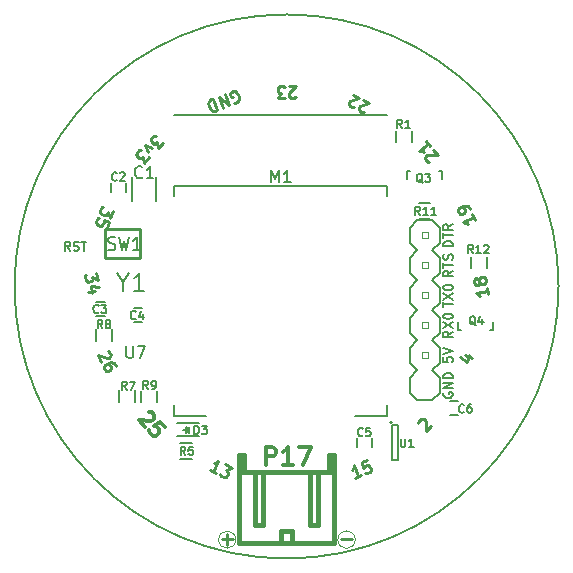
<source format=gbr>
G04 #@! TF.FileFunction,Legend,Top*
%FSLAX46Y46*%
G04 Gerber Fmt 4.6, Leading zero omitted, Abs format (unit mm)*
G04 Created by KiCad (PCBNEW 4.0.4-stable) date 06/08/17 10:43:58*
%MOMM*%
%LPD*%
G01*
G04 APERTURE LIST*
%ADD10C,0.100000*%
%ADD11C,0.190500*%
%ADD12C,0.250000*%
%ADD13C,0.200000*%
%ADD14C,0.300000*%
%ADD15C,0.150000*%
%ADD16C,0.254000*%
%ADD17C,0.066040*%
%ADD18C,0.203200*%
%ADD19C,0.381000*%
%ADD20C,0.152400*%
%ADD21C,0.304800*%
G04 APERTURE END LIST*
D10*
D11*
X66003715Y-141505214D02*
X65749715Y-141142357D01*
X65568287Y-141505214D02*
X65568287Y-140743214D01*
X65858572Y-140743214D01*
X65931144Y-140779500D01*
X65967429Y-140815786D01*
X66003715Y-140888357D01*
X66003715Y-140997214D01*
X65967429Y-141069786D01*
X65931144Y-141106071D01*
X65858572Y-141142357D01*
X65568287Y-141142357D01*
X66294001Y-141468929D02*
X66402858Y-141505214D01*
X66584287Y-141505214D01*
X66656858Y-141468929D01*
X66693144Y-141432643D01*
X66729429Y-141360071D01*
X66729429Y-141287500D01*
X66693144Y-141214929D01*
X66656858Y-141178643D01*
X66584287Y-141142357D01*
X66439144Y-141106071D01*
X66366572Y-141069786D01*
X66330287Y-141033500D01*
X66294001Y-140960929D01*
X66294001Y-140888357D01*
X66330287Y-140815786D01*
X66366572Y-140779500D01*
X66439144Y-140743214D01*
X66620572Y-140743214D01*
X66729429Y-140779500D01*
X66947143Y-140743214D02*
X67382572Y-140743214D01*
X67164858Y-141505214D02*
X67164858Y-140743214D01*
D10*
X90149837Y-165963600D02*
G75*
G03X90149837Y-165963600I-741837J0D01*
G01*
X80021697Y-165963600D02*
G75*
G03X80021697Y-165963600I-722897J0D01*
G01*
D12*
X78841657Y-165947714D02*
X79755943Y-165947714D01*
X79298800Y-166404857D02*
X79298800Y-165490571D01*
D13*
X97644000Y-153517523D02*
X97605905Y-153593714D01*
X97605905Y-153707999D01*
X97644000Y-153822285D01*
X97720190Y-153898476D01*
X97796381Y-153936571D01*
X97948762Y-153974666D01*
X98063048Y-153974666D01*
X98215429Y-153936571D01*
X98291619Y-153898476D01*
X98367810Y-153822285D01*
X98405905Y-153707999D01*
X98405905Y-153631809D01*
X98367810Y-153517523D01*
X98329714Y-153479428D01*
X98063048Y-153479428D01*
X98063048Y-153631809D01*
X98405905Y-153136571D02*
X97605905Y-153136571D01*
X98405905Y-152679428D01*
X97605905Y-152679428D01*
X98405905Y-152298476D02*
X97605905Y-152298476D01*
X97605905Y-152108000D01*
X97644000Y-151993714D01*
X97720190Y-151917523D01*
X97796381Y-151879428D01*
X97948762Y-151841333D01*
X98063048Y-151841333D01*
X98215429Y-151879428D01*
X98291619Y-151917523D01*
X98367810Y-151993714D01*
X98405905Y-152108000D01*
X98405905Y-152298476D01*
X97605905Y-150520380D02*
X97605905Y-150901333D01*
X97986857Y-150939428D01*
X97948762Y-150901333D01*
X97910667Y-150825142D01*
X97910667Y-150634666D01*
X97948762Y-150558476D01*
X97986857Y-150520380D01*
X98063048Y-150482285D01*
X98253524Y-150482285D01*
X98329714Y-150520380D01*
X98367810Y-150558476D01*
X98405905Y-150634666D01*
X98405905Y-150825142D01*
X98367810Y-150901333D01*
X98329714Y-150939428D01*
X97605905Y-150253714D02*
X98405905Y-149987047D01*
X97605905Y-149720380D01*
X98405905Y-148342286D02*
X98024952Y-148608953D01*
X98405905Y-148799429D02*
X97605905Y-148799429D01*
X97605905Y-148494667D01*
X97644000Y-148418476D01*
X97682095Y-148380381D01*
X97758286Y-148342286D01*
X97872571Y-148342286D01*
X97948762Y-148380381D01*
X97986857Y-148418476D01*
X98024952Y-148494667D01*
X98024952Y-148799429D01*
X97605905Y-148075619D02*
X98405905Y-147542286D01*
X97605905Y-147542286D02*
X98405905Y-148075619D01*
X97605905Y-147085143D02*
X97605905Y-147008952D01*
X97644000Y-146932762D01*
X97682095Y-146894667D01*
X97758286Y-146856571D01*
X97910667Y-146818476D01*
X98101143Y-146818476D01*
X98253524Y-146856571D01*
X98329714Y-146894667D01*
X98367810Y-146932762D01*
X98405905Y-147008952D01*
X98405905Y-147085143D01*
X98367810Y-147161333D01*
X98329714Y-147199429D01*
X98253524Y-147237524D01*
X98101143Y-147275619D01*
X97910667Y-147275619D01*
X97758286Y-147237524D01*
X97682095Y-147199429D01*
X97644000Y-147161333D01*
X97605905Y-147085143D01*
X97605905Y-146278477D02*
X97605905Y-145821334D01*
X98405905Y-146049905D02*
X97605905Y-146049905D01*
X97605905Y-145630857D02*
X98405905Y-145097524D01*
X97605905Y-145097524D02*
X98405905Y-145630857D01*
X97605905Y-144640381D02*
X97605905Y-144564190D01*
X97644000Y-144488000D01*
X97682095Y-144449905D01*
X97758286Y-144411809D01*
X97910667Y-144373714D01*
X98101143Y-144373714D01*
X98253524Y-144411809D01*
X98329714Y-144449905D01*
X98367810Y-144488000D01*
X98405905Y-144564190D01*
X98405905Y-144640381D01*
X98367810Y-144716571D01*
X98329714Y-144754667D01*
X98253524Y-144792762D01*
X98101143Y-144830857D01*
X97910667Y-144830857D01*
X97758286Y-144792762D01*
X97682095Y-144754667D01*
X97644000Y-144716571D01*
X97605905Y-144640381D01*
X98405905Y-143186095D02*
X98024952Y-143452762D01*
X98405905Y-143643238D02*
X97605905Y-143643238D01*
X97605905Y-143338476D01*
X97644000Y-143262285D01*
X97682095Y-143224190D01*
X97758286Y-143186095D01*
X97872571Y-143186095D01*
X97948762Y-143224190D01*
X97986857Y-143262285D01*
X98024952Y-143338476D01*
X98024952Y-143643238D01*
X97605905Y-142957524D02*
X97605905Y-142500381D01*
X98405905Y-142728952D02*
X97605905Y-142728952D01*
X98367810Y-142271809D02*
X98405905Y-142157523D01*
X98405905Y-141967047D01*
X98367810Y-141890857D01*
X98329714Y-141852761D01*
X98253524Y-141814666D01*
X98177333Y-141814666D01*
X98101143Y-141852761D01*
X98063048Y-141890857D01*
X98024952Y-141967047D01*
X97986857Y-142119428D01*
X97948762Y-142195619D01*
X97910667Y-142233714D01*
X97834476Y-142271809D01*
X97758286Y-142271809D01*
X97682095Y-142233714D01*
X97644000Y-142195619D01*
X97605905Y-142119428D01*
X97605905Y-141928952D01*
X97644000Y-141814666D01*
X98405905Y-141122286D02*
X97605905Y-141122286D01*
X97605905Y-140931810D01*
X97644000Y-140817524D01*
X97720190Y-140741333D01*
X97796381Y-140703238D01*
X97948762Y-140665143D01*
X98063048Y-140665143D01*
X98215429Y-140703238D01*
X98291619Y-140741333D01*
X98367810Y-140817524D01*
X98405905Y-140931810D01*
X98405905Y-141122286D01*
X97605905Y-140436572D02*
X97605905Y-139979429D01*
X98405905Y-140208000D02*
X97605905Y-140208000D01*
X98405905Y-139255619D02*
X98024952Y-139522286D01*
X98405905Y-139712762D02*
X97605905Y-139712762D01*
X97605905Y-139408000D01*
X97644000Y-139331809D01*
X97682095Y-139293714D01*
X97758286Y-139255619D01*
X97872571Y-139255619D01*
X97948762Y-139293714D01*
X97986857Y-139331809D01*
X98024952Y-139408000D01*
X98024952Y-139712762D01*
D12*
X85089905Y-128468381D02*
X85042286Y-128516000D01*
X84947048Y-128563619D01*
X84708952Y-128563619D01*
X84613714Y-128516000D01*
X84566095Y-128468381D01*
X84518476Y-128373143D01*
X84518476Y-128277905D01*
X84566095Y-128135048D01*
X85137524Y-127563619D01*
X84518476Y-127563619D01*
X84185143Y-128563619D02*
X83566095Y-128563619D01*
X83899429Y-128182667D01*
X83756571Y-128182667D01*
X83661333Y-128135048D01*
X83613714Y-128087429D01*
X83566095Y-127992190D01*
X83566095Y-127754095D01*
X83613714Y-127658857D01*
X83661333Y-127611238D01*
X83756571Y-127563619D01*
X84042286Y-127563619D01*
X84137524Y-127611238D01*
X84185143Y-127658857D01*
X90653735Y-160510246D02*
X90116767Y-160705686D01*
X90385250Y-160607966D02*
X90043230Y-159668273D01*
X90002596Y-159835088D01*
X89945674Y-159957156D01*
X89872467Y-160034477D01*
X91161913Y-159261106D02*
X90714439Y-159423973D01*
X90832559Y-159887732D01*
X90861019Y-159826698D01*
X90934227Y-159749378D01*
X91157964Y-159667944D01*
X91263745Y-159680118D01*
X91324779Y-159708578D01*
X91402100Y-159781787D01*
X91483533Y-160005523D01*
X91471359Y-160111304D01*
X91442899Y-160172338D01*
X91369691Y-160249659D01*
X91145954Y-160331092D01*
X91040173Y-160318919D01*
X90979139Y-160290458D01*
X95490088Y-156092149D02*
X95490088Y-156024805D01*
X95523760Y-155923790D01*
X95692119Y-155755431D01*
X95793134Y-155721759D01*
X95860478Y-155721759D01*
X95961493Y-155755431D01*
X96028836Y-155822774D01*
X96096180Y-155957461D01*
X96096180Y-156765584D01*
X96533913Y-156327851D01*
X99431784Y-150369720D02*
X100058246Y-150597734D01*
X98992373Y-150463164D02*
X99582149Y-150931200D01*
X99793875Y-150349485D01*
X101316584Y-144635027D02*
X101415812Y-145197775D01*
X101366198Y-144916401D02*
X100381390Y-145090050D01*
X100538615Y-145159034D01*
X100648944Y-145236287D01*
X100712377Y-145321809D01*
X100654609Y-144171508D02*
X100624251Y-144273568D01*
X100585625Y-144328733D01*
X100500103Y-144392166D01*
X100453207Y-144400435D01*
X100351147Y-144370077D01*
X100295982Y-144331451D01*
X100232549Y-144245929D01*
X100199473Y-144058345D01*
X100229831Y-143956285D01*
X100268457Y-143901121D01*
X100353979Y-143837687D01*
X100400875Y-143829418D01*
X100502935Y-143859776D01*
X100558100Y-143898403D01*
X100621533Y-143983925D01*
X100654609Y-144171508D01*
X100718042Y-144257030D01*
X100773207Y-144295657D01*
X100875268Y-144326014D01*
X101062850Y-144292938D01*
X101148372Y-144229505D01*
X101186999Y-144174340D01*
X101217357Y-144072280D01*
X101184281Y-143884697D01*
X101120847Y-143799175D01*
X101065683Y-143760548D01*
X100963623Y-143730191D01*
X100776040Y-143763267D01*
X100690517Y-143826700D01*
X100651891Y-143881865D01*
X100621533Y-143983925D01*
X100058495Y-138411445D02*
X100299991Y-138929336D01*
X100179243Y-138670391D02*
X99272936Y-139093009D01*
X99442657Y-139118950D01*
X99569222Y-139165016D01*
X99652628Y-139231206D01*
X99857248Y-137979871D02*
X99776750Y-137807241D01*
X99693343Y-137741050D01*
X99630060Y-137718017D01*
X99460339Y-137692076D01*
X99267584Y-137729417D01*
X98922324Y-137890415D01*
X98856133Y-137973822D01*
X98833100Y-138037104D01*
X98830192Y-138143543D01*
X98910691Y-138316174D01*
X98994098Y-138382364D01*
X99057380Y-138405397D01*
X99163820Y-138408305D01*
X99379607Y-138307682D01*
X99445798Y-138224275D01*
X99468831Y-138160993D01*
X99471739Y-138054553D01*
X99391240Y-137881922D01*
X99307834Y-137815732D01*
X99244551Y-137792700D01*
X99138111Y-137789791D01*
X96409199Y-133970438D02*
X96342112Y-133964569D01*
X96244416Y-133922221D01*
X96091371Y-133739829D01*
X96066631Y-133636263D01*
X96072501Y-133569176D01*
X96114848Y-133471480D01*
X96187805Y-133410262D01*
X96327848Y-133354914D01*
X97132896Y-133425346D01*
X96734980Y-132951128D01*
X96122801Y-132221562D02*
X96490108Y-132659302D01*
X96306455Y-132440432D02*
X95540410Y-133083220D01*
X95711063Y-133064350D01*
X95845237Y-133076089D01*
X95942934Y-133118436D01*
X90897486Y-129780972D02*
X90833438Y-129801782D01*
X90726962Y-129800974D01*
X90514817Y-129692881D01*
X90451578Y-129607215D01*
X90430768Y-129543167D01*
X90431576Y-129436691D01*
X90474813Y-129351833D01*
X90582098Y-129246165D01*
X91350668Y-128996442D01*
X90799092Y-128715400D01*
X90048908Y-129348600D02*
X89984861Y-129369410D01*
X89878384Y-129368602D01*
X89666239Y-129260509D01*
X89603000Y-129174843D01*
X89582190Y-129110795D01*
X89582998Y-129004319D01*
X89626235Y-128919461D01*
X89733520Y-128813793D01*
X90502090Y-128564070D01*
X89950514Y-128283028D01*
X79880966Y-128987260D02*
X79986747Y-128999434D01*
X80120988Y-128950574D01*
X80238944Y-128856966D01*
X80295865Y-128734898D01*
X80308039Y-128629117D01*
X80287640Y-128433842D01*
X80238780Y-128299599D01*
X80128886Y-128136897D01*
X80051565Y-128063689D01*
X79929498Y-128006768D01*
X79778968Y-128010881D01*
X79689474Y-128043454D01*
X79571519Y-128137062D01*
X79543058Y-128198096D01*
X79657065Y-128511326D01*
X79836054Y-128446179D01*
X79107760Y-128255181D02*
X79449780Y-129194874D01*
X78570792Y-128450621D01*
X78912812Y-129390314D01*
X78123320Y-128613488D02*
X78465340Y-129553180D01*
X78241604Y-129634614D01*
X78091075Y-129638727D01*
X77969007Y-129581806D01*
X77891687Y-129508598D01*
X77781793Y-129345896D01*
X77732932Y-129211653D01*
X77712533Y-129016377D01*
X77724707Y-128910596D01*
X77781628Y-128788529D01*
X77899584Y-128694921D01*
X78123320Y-128613488D01*
X73873019Y-132387431D02*
X73435286Y-132825164D01*
X73401615Y-132320088D01*
X73300599Y-132421104D01*
X73199584Y-132454776D01*
X73132240Y-132454776D01*
X73031224Y-132421103D01*
X72862866Y-132252745D01*
X72829194Y-132151729D01*
X72829194Y-132084386D01*
X72862866Y-131983371D01*
X73064897Y-131781340D01*
X73165912Y-131747668D01*
X73233255Y-131747668D01*
X72963882Y-132825164D02*
X72324118Y-132522118D01*
X72627164Y-133161882D01*
X72660836Y-133599615D02*
X72223102Y-134037348D01*
X72189431Y-133532271D01*
X72088416Y-133633287D01*
X71987400Y-133666959D01*
X71920057Y-133666959D01*
X71819041Y-133633286D01*
X71650683Y-133464928D01*
X71617011Y-133363913D01*
X71617011Y-133296569D01*
X71650683Y-133195554D01*
X71852714Y-132993523D01*
X71953729Y-132959851D01*
X72021072Y-132959851D01*
X69625467Y-138110593D02*
X69413740Y-138692308D01*
X69169769Y-138248783D01*
X69120909Y-138383026D01*
X69043588Y-138456233D01*
X68982555Y-138484694D01*
X68876773Y-138496868D01*
X68653036Y-138415434D01*
X68579829Y-138338114D01*
X68551368Y-138277080D01*
X68539194Y-138171299D01*
X68636914Y-137902815D01*
X68714235Y-137829607D01*
X68775269Y-137801146D01*
X69104293Y-139542506D02*
X69267160Y-139095033D01*
X68835975Y-138887419D01*
X68864435Y-138948453D01*
X68876609Y-139054234D01*
X68795176Y-139277971D01*
X68717855Y-139351179D01*
X68656821Y-139379639D01*
X68551039Y-139391813D01*
X68327303Y-139310380D01*
X68254095Y-139233059D01*
X68225635Y-139172025D01*
X68213461Y-139066244D01*
X68294894Y-138842507D01*
X68372215Y-138769299D01*
X68433249Y-138740839D01*
X68216727Y-143379681D02*
X68324224Y-143989325D01*
X67891176Y-143727206D01*
X67915983Y-143867894D01*
X67885626Y-143969954D01*
X67846999Y-144025119D01*
X67761476Y-144088552D01*
X67526998Y-144129897D01*
X67424938Y-144099539D01*
X67369774Y-144060913D01*
X67306340Y-143975391D01*
X67256726Y-143694016D01*
X67287084Y-143591956D01*
X67325710Y-143536792D01*
X68144796Y-144891328D02*
X67488257Y-145007094D01*
X68478616Y-144590698D02*
X67733836Y-144480255D01*
X67841333Y-145089898D01*
X69176001Y-149994295D02*
X69239284Y-150017328D01*
X69322690Y-150083518D01*
X69423314Y-150299306D01*
X69420406Y-150405746D01*
X69397373Y-150469028D01*
X69331183Y-150552435D01*
X69244868Y-150592684D01*
X69095271Y-150609901D01*
X68335884Y-150333507D01*
X68597505Y-150894555D01*
X69866057Y-151248772D02*
X69785558Y-151076141D01*
X69702151Y-151009951D01*
X69638869Y-150986918D01*
X69469147Y-150960977D01*
X69276393Y-150998318D01*
X68931132Y-151159316D01*
X68864942Y-151242723D01*
X68841909Y-151306005D01*
X68839001Y-151412444D01*
X68919500Y-151585075D01*
X69002907Y-151651265D01*
X69066189Y-151674298D01*
X69172628Y-151677206D01*
X69388416Y-151576583D01*
X69454607Y-151493176D01*
X69477640Y-151429894D01*
X69480548Y-151323454D01*
X69400049Y-151150823D01*
X69316642Y-151084633D01*
X69253360Y-151061600D01*
X69146919Y-151058692D01*
X78364908Y-160336600D02*
X77855761Y-160077177D01*
X78110334Y-160206888D02*
X78564325Y-159315882D01*
X78414611Y-159399931D01*
X78286516Y-159441552D01*
X78180040Y-159440743D01*
X79115900Y-159596924D02*
X79667476Y-159877966D01*
X79197525Y-160066066D01*
X79324812Y-160130922D01*
X79388051Y-160216588D01*
X79408862Y-160280635D01*
X79408053Y-160387112D01*
X79299960Y-160599257D01*
X79214294Y-160662496D01*
X79150247Y-160683306D01*
X79043770Y-160682498D01*
X78789196Y-160552786D01*
X78725957Y-160467120D01*
X78705147Y-160403072D01*
X88950857Y-165947714D02*
X89865143Y-165947714D01*
D14*
X72719001Y-155116953D02*
X72802860Y-155124290D01*
X72924981Y-155177224D01*
X73116287Y-155405214D01*
X73147211Y-155534670D01*
X73139874Y-155618530D01*
X73086940Y-155740650D01*
X72995744Y-155817172D01*
X72820689Y-155886357D01*
X71814380Y-155798317D01*
X72311776Y-156391090D01*
X73996293Y-156453965D02*
X73613682Y-155997986D01*
X73119442Y-156334999D01*
X73203301Y-156342336D01*
X73325421Y-156395272D01*
X73516727Y-156623261D01*
X73547651Y-156752717D01*
X73540314Y-156836576D01*
X73487380Y-156958697D01*
X73259390Y-157150003D01*
X73129933Y-157180927D01*
X73046074Y-157173590D01*
X72923954Y-157120656D01*
X72732649Y-156892666D01*
X72701724Y-156763209D01*
X72709060Y-156679350D01*
D15*
X107358112Y-144526000D02*
G75*
G03X107358112Y-144526000I-23030112J0D01*
G01*
D16*
X68921500Y-139656500D02*
X68921500Y-142156500D01*
X68921500Y-142156500D02*
X71921500Y-142156500D01*
X71921500Y-142156500D02*
X71921500Y-139656500D01*
X71921500Y-139656500D02*
X68921500Y-139656500D01*
D15*
X74820000Y-135998000D02*
X74820000Y-136898000D01*
X92820000Y-155498000D02*
X92820000Y-154598000D01*
X74820000Y-155498000D02*
X74820000Y-154598000D01*
X74820000Y-135998000D02*
X92820000Y-135998000D01*
X92820000Y-135998000D02*
X92820000Y-136898000D01*
X92820000Y-155498000D02*
X90120000Y-155498000D01*
X74820000Y-155498000D02*
X77520000Y-155498000D01*
X74820000Y-135998000D02*
X92820000Y-135998000D01*
X74820000Y-129998000D02*
X92820000Y-129998000D01*
D17*
X96266000Y-140462000D02*
X96266000Y-139954000D01*
X96266000Y-139954000D02*
X95758000Y-139954000D01*
X95758000Y-140462000D02*
X95758000Y-139954000D01*
X96266000Y-140462000D02*
X95758000Y-140462000D01*
X96266000Y-143002000D02*
X96266000Y-142494000D01*
X96266000Y-142494000D02*
X95758000Y-142494000D01*
X95758000Y-143002000D02*
X95758000Y-142494000D01*
X96266000Y-143002000D02*
X95758000Y-143002000D01*
X96266000Y-145542000D02*
X96266000Y-145034000D01*
X96266000Y-145034000D02*
X95758000Y-145034000D01*
X95758000Y-145542000D02*
X95758000Y-145034000D01*
X96266000Y-145542000D02*
X95758000Y-145542000D01*
X96266000Y-148082000D02*
X96266000Y-147574000D01*
X96266000Y-147574000D02*
X95758000Y-147574000D01*
X95758000Y-148082000D02*
X95758000Y-147574000D01*
X96266000Y-148082000D02*
X95758000Y-148082000D01*
X96266000Y-150622000D02*
X96266000Y-150114000D01*
X96266000Y-150114000D02*
X95758000Y-150114000D01*
X95758000Y-150622000D02*
X95758000Y-150114000D01*
X96266000Y-150622000D02*
X95758000Y-150622000D01*
D18*
X95377000Y-141478000D02*
X94742000Y-140843000D01*
X94742000Y-140843000D02*
X94742000Y-139573000D01*
X94742000Y-139573000D02*
X95377000Y-138938000D01*
X96647000Y-138938000D02*
X97282000Y-139573000D01*
X97282000Y-139573000D02*
X97282000Y-140843000D01*
X97282000Y-140843000D02*
X96647000Y-141478000D01*
X94742000Y-145923000D02*
X94742000Y-144653000D01*
X94742000Y-144653000D02*
X95377000Y-144018000D01*
X96647000Y-144018000D02*
X97282000Y-144653000D01*
X95377000Y-144018000D02*
X94742000Y-143383000D01*
X94742000Y-143383000D02*
X94742000Y-142113000D01*
X94742000Y-142113000D02*
X95377000Y-141478000D01*
X96647000Y-141478000D02*
X97282000Y-142113000D01*
X97282000Y-142113000D02*
X97282000Y-143383000D01*
X97282000Y-143383000D02*
X96647000Y-144018000D01*
X95377000Y-149098000D02*
X94742000Y-148463000D01*
X94742000Y-148463000D02*
X94742000Y-147193000D01*
X94742000Y-147193000D02*
X95377000Y-146558000D01*
X96647000Y-146558000D02*
X97282000Y-147193000D01*
X97282000Y-147193000D02*
X97282000Y-148463000D01*
X97282000Y-148463000D02*
X96647000Y-149098000D01*
X94742000Y-145923000D02*
X95377000Y-146558000D01*
X96647000Y-146558000D02*
X97282000Y-145923000D01*
X97282000Y-144653000D02*
X97282000Y-145923000D01*
X94742000Y-153543000D02*
X94742000Y-152273000D01*
X94742000Y-152273000D02*
X95377000Y-151638000D01*
X96647000Y-151638000D02*
X97282000Y-152273000D01*
X95377000Y-151638000D02*
X94742000Y-151003000D01*
X94742000Y-151003000D02*
X94742000Y-149733000D01*
X94742000Y-149733000D02*
X95377000Y-149098000D01*
X96647000Y-149098000D02*
X97282000Y-149733000D01*
X97282000Y-149733000D02*
X97282000Y-151003000D01*
X97282000Y-151003000D02*
X96647000Y-151638000D01*
X95377000Y-154178000D02*
X96647000Y-154178000D01*
X94742000Y-153543000D02*
X95377000Y-154178000D01*
X96647000Y-154178000D02*
X97282000Y-153543000D01*
X97282000Y-152273000D02*
X97282000Y-153543000D01*
X95377000Y-138938000D02*
X96647000Y-138938000D01*
D15*
X71238000Y-135271000D02*
X71238000Y-137271000D01*
X73288000Y-137271000D02*
X73288000Y-135271000D01*
X69504000Y-136494000D02*
X69504000Y-135794000D01*
X70704000Y-135794000D02*
X70704000Y-136494000D01*
X68230000Y-145831000D02*
X68930000Y-145831000D01*
X68930000Y-147031000D02*
X68230000Y-147031000D01*
X72105000Y-147539000D02*
X71405000Y-147539000D01*
X71405000Y-146339000D02*
X72105000Y-146339000D01*
X90332000Y-158084000D02*
X90332000Y-157384000D01*
X91532000Y-157384000D02*
X91532000Y-158084000D01*
X98151200Y-154238400D02*
X98851200Y-154238400D01*
X98851200Y-155438400D02*
X98151200Y-155438400D01*
X76944400Y-156117200D02*
X75044400Y-156117200D01*
X76944400Y-157217200D02*
X75044400Y-157217200D01*
X76044400Y-156667200D02*
X75594400Y-156667200D01*
X76094400Y-156917200D02*
X76094400Y-156417200D01*
X76094400Y-156667200D02*
X75844400Y-156917200D01*
X75844400Y-156917200D02*
X75844400Y-156417200D01*
X75844400Y-156417200D02*
X76094400Y-156667200D01*
X97311160Y-134731760D02*
X97262900Y-134731760D01*
X94512180Y-135432800D02*
X94512180Y-134731760D01*
X94512180Y-134731760D02*
X94761100Y-134731760D01*
X97311160Y-134731760D02*
X97511820Y-134731760D01*
X97511820Y-134731760D02*
X97511820Y-135432800D01*
X99030840Y-148224240D02*
X99079100Y-148224240D01*
X101829820Y-147523200D02*
X101829820Y-148224240D01*
X101829820Y-148224240D02*
X101580900Y-148224240D01*
X99030840Y-148224240D02*
X98830180Y-148224240D01*
X98830180Y-148224240D02*
X98830180Y-147523200D01*
X93559000Y-132326000D02*
X93559000Y-131326000D01*
X94909000Y-131326000D02*
X94909000Y-132326000D01*
X76344400Y-159094800D02*
X75344400Y-159094800D01*
X75344400Y-157744800D02*
X76344400Y-157744800D01*
X71515600Y-153322400D02*
X71515600Y-154322400D01*
X70165600Y-154322400D02*
X70165600Y-153322400D01*
X68184400Y-149115400D02*
X68184400Y-148115400D01*
X69534400Y-148115400D02*
X69534400Y-149115400D01*
X73395200Y-153347800D02*
X73395200Y-154347800D01*
X72045200Y-154347800D02*
X72045200Y-153347800D01*
X96512000Y-138851000D02*
X95512000Y-138851000D01*
X95512000Y-137501000D02*
X96512000Y-137501000D01*
X101259000Y-141994000D02*
X101259000Y-142994000D01*
X99909000Y-142994000D02*
X99909000Y-141994000D01*
X93272000Y-156034000D02*
G75*
G03X93272000Y-156034000I-100000J0D01*
G01*
X93722000Y-156284000D02*
X93222000Y-156284000D01*
X93722000Y-159184000D02*
X93722000Y-156284000D01*
X93222000Y-159184000D02*
X93722000Y-159184000D01*
X93222000Y-156284000D02*
X93222000Y-159184000D01*
D19*
X80327500Y-166258240D02*
X80327500Y-158757620D01*
X88328500Y-158757620D02*
X88328500Y-166258240D01*
X88328500Y-158757620D02*
X87927180Y-158757620D01*
X88127840Y-160258760D02*
X88127840Y-158757620D01*
X87927180Y-158757620D02*
X87927180Y-160258760D01*
X80528160Y-158757620D02*
X80528160Y-160258760D01*
X80728820Y-160258760D02*
X80728820Y-158757620D01*
X80728820Y-158757620D02*
X80327500Y-158757620D01*
X83827620Y-166258240D02*
X83827620Y-165257480D01*
X83827620Y-165257480D02*
X84828380Y-165257480D01*
X84828380Y-165257480D02*
X84828380Y-166258240D01*
X82329020Y-160258760D02*
X82329020Y-164757100D01*
X82329020Y-164757100D02*
X81627980Y-164757100D01*
X81627980Y-164757100D02*
X81627980Y-160258760D01*
X86326980Y-160258760D02*
X86326980Y-164757100D01*
X86326980Y-164757100D02*
X87028020Y-164757100D01*
X87028020Y-164757100D02*
X87028020Y-160258760D01*
X80327500Y-166258240D02*
X88328500Y-166258240D01*
X88328500Y-160258760D02*
X80327500Y-160258760D01*
X83027520Y-166258240D02*
X82727800Y-166258240D01*
D20*
X69253267Y-141407243D02*
X69396124Y-141461671D01*
X69634220Y-141461671D01*
X69729458Y-141407243D01*
X69777077Y-141352814D01*
X69824696Y-141243957D01*
X69824696Y-141135100D01*
X69777077Y-141026243D01*
X69729458Y-140971814D01*
X69634220Y-140917386D01*
X69443743Y-140862957D01*
X69348505Y-140808529D01*
X69300886Y-140754100D01*
X69253267Y-140645243D01*
X69253267Y-140536386D01*
X69300886Y-140427529D01*
X69348505Y-140373100D01*
X69443743Y-140318671D01*
X69681839Y-140318671D01*
X69824696Y-140373100D01*
X70158029Y-140318671D02*
X70396124Y-141461671D01*
X70586601Y-140645243D01*
X70777077Y-141461671D01*
X71015172Y-140318671D01*
X71919934Y-141461671D02*
X71348505Y-141461671D01*
X71634219Y-141461671D02*
X71634219Y-140318671D01*
X71538981Y-140481957D01*
X71443743Y-140590814D01*
X71348505Y-140645243D01*
D15*
X83010476Y-135700381D02*
X83010476Y-134700381D01*
X83343810Y-135414667D01*
X83677143Y-134700381D01*
X83677143Y-135700381D01*
X84677143Y-135700381D02*
X84105714Y-135700381D01*
X84391428Y-135700381D02*
X84391428Y-134700381D01*
X84296190Y-134843238D01*
X84200952Y-134938476D01*
X84105714Y-134986095D01*
X72096334Y-135256543D02*
X72048715Y-135304162D01*
X71905858Y-135351781D01*
X71810620Y-135351781D01*
X71667762Y-135304162D01*
X71572524Y-135208924D01*
X71524905Y-135113686D01*
X71477286Y-134923210D01*
X71477286Y-134780352D01*
X71524905Y-134589876D01*
X71572524Y-134494638D01*
X71667762Y-134399400D01*
X71810620Y-134351781D01*
X71905858Y-134351781D01*
X72048715Y-134399400D01*
X72096334Y-134447019D01*
X73048715Y-135351781D02*
X72477286Y-135351781D01*
X72763000Y-135351781D02*
X72763000Y-134351781D01*
X72667762Y-134494638D01*
X72572524Y-134589876D01*
X72477286Y-134637495D01*
X69961934Y-135505000D02*
X69928600Y-135538333D01*
X69828600Y-135571667D01*
X69761934Y-135571667D01*
X69661934Y-135538333D01*
X69595267Y-135471667D01*
X69561934Y-135405000D01*
X69528600Y-135271667D01*
X69528600Y-135171667D01*
X69561934Y-135038333D01*
X69595267Y-134971667D01*
X69661934Y-134905000D01*
X69761934Y-134871667D01*
X69828600Y-134871667D01*
X69928600Y-134905000D01*
X69961934Y-134938333D01*
X70228600Y-134938333D02*
X70261934Y-134905000D01*
X70328600Y-134871667D01*
X70495267Y-134871667D01*
X70561934Y-134905000D01*
X70595267Y-134938333D01*
X70628600Y-135005000D01*
X70628600Y-135071667D01*
X70595267Y-135171667D01*
X70195267Y-135571667D01*
X70628600Y-135571667D01*
X68412534Y-146706400D02*
X68379200Y-146739733D01*
X68279200Y-146773067D01*
X68212534Y-146773067D01*
X68112534Y-146739733D01*
X68045867Y-146673067D01*
X68012534Y-146606400D01*
X67979200Y-146473067D01*
X67979200Y-146373067D01*
X68012534Y-146239733D01*
X68045867Y-146173067D01*
X68112534Y-146106400D01*
X68212534Y-146073067D01*
X68279200Y-146073067D01*
X68379200Y-146106400D01*
X68412534Y-146139733D01*
X68645867Y-146073067D02*
X69079200Y-146073067D01*
X68845867Y-146339733D01*
X68945867Y-146339733D01*
X69012534Y-146373067D01*
X69045867Y-146406400D01*
X69079200Y-146473067D01*
X69079200Y-146639733D01*
X69045867Y-146706400D01*
X69012534Y-146739733D01*
X68945867Y-146773067D01*
X68745867Y-146773067D01*
X68679200Y-146739733D01*
X68645867Y-146706400D01*
X71562134Y-147239800D02*
X71528800Y-147273133D01*
X71428800Y-147306467D01*
X71362134Y-147306467D01*
X71262134Y-147273133D01*
X71195467Y-147206467D01*
X71162134Y-147139800D01*
X71128800Y-147006467D01*
X71128800Y-146906467D01*
X71162134Y-146773133D01*
X71195467Y-146706467D01*
X71262134Y-146639800D01*
X71362134Y-146606467D01*
X71428800Y-146606467D01*
X71528800Y-146639800D01*
X71562134Y-146673133D01*
X72162134Y-146839800D02*
X72162134Y-147306467D01*
X71995467Y-146573133D02*
X71828800Y-147073133D01*
X72262134Y-147073133D01*
X90789934Y-157120400D02*
X90756600Y-157153733D01*
X90656600Y-157187067D01*
X90589934Y-157187067D01*
X90489934Y-157153733D01*
X90423267Y-157087067D01*
X90389934Y-157020400D01*
X90356600Y-156887067D01*
X90356600Y-156787067D01*
X90389934Y-156653733D01*
X90423267Y-156587067D01*
X90489934Y-156520400D01*
X90589934Y-156487067D01*
X90656600Y-156487067D01*
X90756600Y-156520400D01*
X90789934Y-156553733D01*
X91423267Y-156487067D02*
X91089934Y-156487067D01*
X91056600Y-156820400D01*
X91089934Y-156787067D01*
X91156600Y-156753733D01*
X91323267Y-156753733D01*
X91389934Y-156787067D01*
X91423267Y-156820400D01*
X91456600Y-156887067D01*
X91456600Y-157053733D01*
X91423267Y-157120400D01*
X91389934Y-157153733D01*
X91323267Y-157187067D01*
X91156600Y-157187067D01*
X91089934Y-157153733D01*
X91056600Y-157120400D01*
X99349734Y-155139200D02*
X99316400Y-155172533D01*
X99216400Y-155205867D01*
X99149734Y-155205867D01*
X99049734Y-155172533D01*
X98983067Y-155105867D01*
X98949734Y-155039200D01*
X98916400Y-154905867D01*
X98916400Y-154805867D01*
X98949734Y-154672533D01*
X98983067Y-154605867D01*
X99049734Y-154539200D01*
X99149734Y-154505867D01*
X99216400Y-154505867D01*
X99316400Y-154539200D01*
X99349734Y-154572533D01*
X99949734Y-154505867D02*
X99816400Y-154505867D01*
X99749734Y-154539200D01*
X99716400Y-154572533D01*
X99649734Y-154672533D01*
X99616400Y-154805867D01*
X99616400Y-155072533D01*
X99649734Y-155139200D01*
X99683067Y-155172533D01*
X99749734Y-155205867D01*
X99883067Y-155205867D01*
X99949734Y-155172533D01*
X99983067Y-155139200D01*
X100016400Y-155072533D01*
X100016400Y-154905867D01*
X99983067Y-154839200D01*
X99949734Y-154805867D01*
X99883067Y-154772533D01*
X99749734Y-154772533D01*
X99683067Y-154805867D01*
X99649734Y-154839200D01*
X99616400Y-154905867D01*
X76521534Y-157034667D02*
X76521534Y-156334667D01*
X76688200Y-156334667D01*
X76788200Y-156368000D01*
X76854867Y-156434667D01*
X76888200Y-156501333D01*
X76921534Y-156634667D01*
X76921534Y-156734667D01*
X76888200Y-156868000D01*
X76854867Y-156934667D01*
X76788200Y-157001333D01*
X76688200Y-157034667D01*
X76521534Y-157034667D01*
X77154867Y-156334667D02*
X77588200Y-156334667D01*
X77354867Y-156601333D01*
X77454867Y-156601333D01*
X77521534Y-156634667D01*
X77554867Y-156668000D01*
X77588200Y-156734667D01*
X77588200Y-156901333D01*
X77554867Y-156968000D01*
X77521534Y-157001333D01*
X77454867Y-157034667D01*
X77254867Y-157034667D01*
X77188200Y-157001333D01*
X77154867Y-156968000D01*
X95869133Y-135739933D02*
X95802467Y-135706600D01*
X95735800Y-135639933D01*
X95635800Y-135539933D01*
X95569133Y-135506600D01*
X95502467Y-135506600D01*
X95535800Y-135673267D02*
X95469133Y-135639933D01*
X95402467Y-135573267D01*
X95369133Y-135439933D01*
X95369133Y-135206600D01*
X95402467Y-135073267D01*
X95469133Y-135006600D01*
X95535800Y-134973267D01*
X95669133Y-134973267D01*
X95735800Y-135006600D01*
X95802467Y-135073267D01*
X95835800Y-135206600D01*
X95835800Y-135439933D01*
X95802467Y-135573267D01*
X95735800Y-135639933D01*
X95669133Y-135673267D01*
X95535800Y-135673267D01*
X96069133Y-134973267D02*
X96502466Y-134973267D01*
X96269133Y-135239933D01*
X96369133Y-135239933D01*
X96435800Y-135273267D01*
X96469133Y-135306600D01*
X96502466Y-135373267D01*
X96502466Y-135539933D01*
X96469133Y-135606600D01*
X96435800Y-135639933D01*
X96369133Y-135673267D01*
X96169133Y-135673267D01*
X96102466Y-135639933D01*
X96069133Y-135606600D01*
X100339533Y-147804933D02*
X100272867Y-147771600D01*
X100206200Y-147704933D01*
X100106200Y-147604933D01*
X100039533Y-147571600D01*
X99972867Y-147571600D01*
X100006200Y-147738267D02*
X99939533Y-147704933D01*
X99872867Y-147638267D01*
X99839533Y-147504933D01*
X99839533Y-147271600D01*
X99872867Y-147138267D01*
X99939533Y-147071600D01*
X100006200Y-147038267D01*
X100139533Y-147038267D01*
X100206200Y-147071600D01*
X100272867Y-147138267D01*
X100306200Y-147271600D01*
X100306200Y-147504933D01*
X100272867Y-147638267D01*
X100206200Y-147704933D01*
X100139533Y-147738267D01*
X100006200Y-147738267D01*
X100906200Y-147271600D02*
X100906200Y-147738267D01*
X100739533Y-147004933D02*
X100572866Y-147504933D01*
X101006200Y-147504933D01*
X94117334Y-131126667D02*
X93884000Y-130793333D01*
X93717334Y-131126667D02*
X93717334Y-130426667D01*
X93984000Y-130426667D01*
X94050667Y-130460000D01*
X94084000Y-130493333D01*
X94117334Y-130560000D01*
X94117334Y-130660000D01*
X94084000Y-130726667D01*
X94050667Y-130760000D01*
X93984000Y-130793333D01*
X93717334Y-130793333D01*
X94784000Y-131126667D02*
X94384000Y-131126667D01*
X94584000Y-131126667D02*
X94584000Y-130426667D01*
X94517334Y-130526667D01*
X94450667Y-130593333D01*
X94384000Y-130626667D01*
X75753134Y-158787267D02*
X75519800Y-158453933D01*
X75353134Y-158787267D02*
X75353134Y-158087267D01*
X75619800Y-158087267D01*
X75686467Y-158120600D01*
X75719800Y-158153933D01*
X75753134Y-158220600D01*
X75753134Y-158320600D01*
X75719800Y-158387267D01*
X75686467Y-158420600D01*
X75619800Y-158453933D01*
X75353134Y-158453933D01*
X76386467Y-158087267D02*
X76053134Y-158087267D01*
X76019800Y-158420600D01*
X76053134Y-158387267D01*
X76119800Y-158353933D01*
X76286467Y-158353933D01*
X76353134Y-158387267D01*
X76386467Y-158420600D01*
X76419800Y-158487267D01*
X76419800Y-158653933D01*
X76386467Y-158720600D01*
X76353134Y-158753933D01*
X76286467Y-158787267D01*
X76119800Y-158787267D01*
X76053134Y-158753933D01*
X76019800Y-158720600D01*
X70800134Y-153275467D02*
X70566800Y-152942133D01*
X70400134Y-153275467D02*
X70400134Y-152575467D01*
X70666800Y-152575467D01*
X70733467Y-152608800D01*
X70766800Y-152642133D01*
X70800134Y-152708800D01*
X70800134Y-152808800D01*
X70766800Y-152875467D01*
X70733467Y-152908800D01*
X70666800Y-152942133D01*
X70400134Y-152942133D01*
X71033467Y-152575467D02*
X71500134Y-152575467D01*
X71200134Y-153275467D01*
X68742734Y-148068467D02*
X68509400Y-147735133D01*
X68342734Y-148068467D02*
X68342734Y-147368467D01*
X68609400Y-147368467D01*
X68676067Y-147401800D01*
X68709400Y-147435133D01*
X68742734Y-147501800D01*
X68742734Y-147601800D01*
X68709400Y-147668467D01*
X68676067Y-147701800D01*
X68609400Y-147735133D01*
X68342734Y-147735133D01*
X69142734Y-147668467D02*
X69076067Y-147635133D01*
X69042734Y-147601800D01*
X69009400Y-147535133D01*
X69009400Y-147501800D01*
X69042734Y-147435133D01*
X69076067Y-147401800D01*
X69142734Y-147368467D01*
X69276067Y-147368467D01*
X69342734Y-147401800D01*
X69376067Y-147435133D01*
X69409400Y-147501800D01*
X69409400Y-147535133D01*
X69376067Y-147601800D01*
X69342734Y-147635133D01*
X69276067Y-147668467D01*
X69142734Y-147668467D01*
X69076067Y-147701800D01*
X69042734Y-147735133D01*
X69009400Y-147801800D01*
X69009400Y-147935133D01*
X69042734Y-148001800D01*
X69076067Y-148035133D01*
X69142734Y-148068467D01*
X69276067Y-148068467D01*
X69342734Y-148035133D01*
X69376067Y-148001800D01*
X69409400Y-147935133D01*
X69409400Y-147801800D01*
X69376067Y-147735133D01*
X69342734Y-147701800D01*
X69276067Y-147668467D01*
X72603534Y-153224667D02*
X72370200Y-152891333D01*
X72203534Y-153224667D02*
X72203534Y-152524667D01*
X72470200Y-152524667D01*
X72536867Y-152558000D01*
X72570200Y-152591333D01*
X72603534Y-152658000D01*
X72603534Y-152758000D01*
X72570200Y-152824667D01*
X72536867Y-152858000D01*
X72470200Y-152891333D01*
X72203534Y-152891333D01*
X72936867Y-153224667D02*
X73070200Y-153224667D01*
X73136867Y-153191333D01*
X73170200Y-153158000D01*
X73236867Y-153058000D01*
X73270200Y-152924667D01*
X73270200Y-152658000D01*
X73236867Y-152591333D01*
X73203534Y-152558000D01*
X73136867Y-152524667D01*
X73003534Y-152524667D01*
X72936867Y-152558000D01*
X72903534Y-152591333D01*
X72870200Y-152658000D01*
X72870200Y-152824667D01*
X72903534Y-152891333D01*
X72936867Y-152924667D01*
X73003534Y-152958000D01*
X73136867Y-152958000D01*
X73203534Y-152924667D01*
X73236867Y-152891333D01*
X73270200Y-152824667D01*
X95638200Y-138492667D02*
X95404866Y-138159333D01*
X95238200Y-138492667D02*
X95238200Y-137792667D01*
X95504866Y-137792667D01*
X95571533Y-137826000D01*
X95604866Y-137859333D01*
X95638200Y-137926000D01*
X95638200Y-138026000D01*
X95604866Y-138092667D01*
X95571533Y-138126000D01*
X95504866Y-138159333D01*
X95238200Y-138159333D01*
X96304866Y-138492667D02*
X95904866Y-138492667D01*
X96104866Y-138492667D02*
X96104866Y-137792667D01*
X96038200Y-137892667D01*
X95971533Y-137959333D01*
X95904866Y-137992667D01*
X96971533Y-138492667D02*
X96571533Y-138492667D01*
X96771533Y-138492667D02*
X96771533Y-137792667D01*
X96704867Y-137892667D01*
X96638200Y-137959333D01*
X96571533Y-137992667D01*
X100108600Y-141718467D02*
X99875266Y-141385133D01*
X99708600Y-141718467D02*
X99708600Y-141018467D01*
X99975266Y-141018467D01*
X100041933Y-141051800D01*
X100075266Y-141085133D01*
X100108600Y-141151800D01*
X100108600Y-141251800D01*
X100075266Y-141318467D01*
X100041933Y-141351800D01*
X99975266Y-141385133D01*
X99708600Y-141385133D01*
X100775266Y-141718467D02*
X100375266Y-141718467D01*
X100575266Y-141718467D02*
X100575266Y-141018467D01*
X100508600Y-141118467D01*
X100441933Y-141185133D01*
X100375266Y-141218467D01*
X101041933Y-141085133D02*
X101075267Y-141051800D01*
X101141933Y-141018467D01*
X101308600Y-141018467D01*
X101375267Y-141051800D01*
X101408600Y-141085133D01*
X101441933Y-141151800D01*
X101441933Y-141218467D01*
X101408600Y-141318467D01*
X101008600Y-141718467D01*
X101441933Y-141718467D01*
X93980067Y-157401467D02*
X93980067Y-157968133D01*
X94013400Y-158034800D01*
X94046733Y-158068133D01*
X94113400Y-158101467D01*
X94246733Y-158101467D01*
X94313400Y-158068133D01*
X94346733Y-158034800D01*
X94380067Y-157968133D01*
X94380067Y-157401467D01*
X95080066Y-158101467D02*
X94680066Y-158101467D01*
X94880066Y-158101467D02*
X94880066Y-157401467D01*
X94813400Y-157501467D01*
X94746733Y-157568133D01*
X94680066Y-157601467D01*
D21*
X82553628Y-159642629D02*
X82553628Y-158118629D01*
X83134200Y-158118629D01*
X83279342Y-158191200D01*
X83351914Y-158263771D01*
X83424485Y-158408914D01*
X83424485Y-158626629D01*
X83351914Y-158771771D01*
X83279342Y-158844343D01*
X83134200Y-158916914D01*
X82553628Y-158916914D01*
X84875914Y-159642629D02*
X84005057Y-159642629D01*
X84440485Y-159642629D02*
X84440485Y-158118629D01*
X84295342Y-158336343D01*
X84150200Y-158481486D01*
X84005057Y-158554057D01*
X85383914Y-158118629D02*
X86399914Y-158118629D01*
X85746771Y-159642629D01*
D15*
X70764495Y-149566381D02*
X70764495Y-150375905D01*
X70812114Y-150471143D01*
X70859733Y-150518762D01*
X70954971Y-150566381D01*
X71145448Y-150566381D01*
X71240686Y-150518762D01*
X71288305Y-150471143D01*
X71335924Y-150375905D01*
X71335924Y-149566381D01*
X71716876Y-149566381D02*
X72383543Y-149566381D01*
X71954971Y-150566381D01*
X70507315Y-144160086D02*
X70507315Y-144874371D01*
X70007315Y-143374371D02*
X70507315Y-144160086D01*
X71007315Y-143374371D01*
X72293029Y-144874371D02*
X71435886Y-144874371D01*
X71864458Y-144874371D02*
X71864458Y-143374371D01*
X71721601Y-143588657D01*
X71578743Y-143731514D01*
X71435886Y-143802943D01*
M02*

</source>
